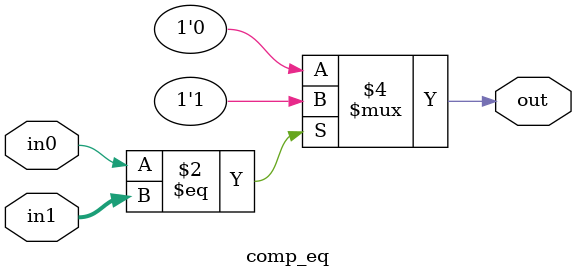
<source format=sv>
`timescale 1ns / 1ps

module comp_eq(
    input logic in0,
    input logic [7:0]in1,
    
    output logic out
    );
    
    always_comb begin
        if(in0==in1) out=1;
        else out=0;
    end
endmodule

</source>
